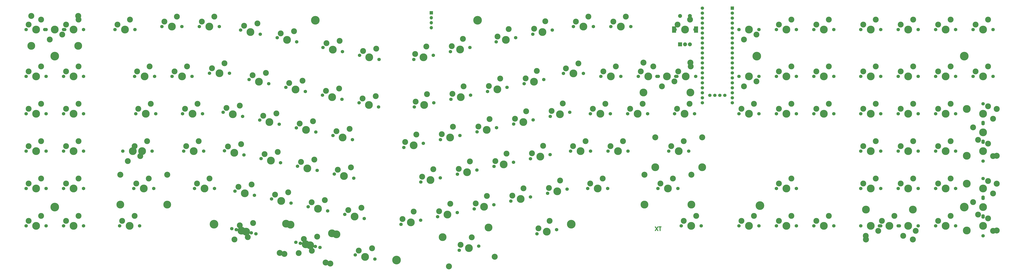
<source format=gts>
G04 #@! TF.GenerationSoftware,KiCad,Pcbnew,(6.0.1-0)*
G04 #@! TF.CreationDate,2022-07-20T07:32:26-07:00*
G04 #@! TF.ProjectId,adelheid-xt,6164656c-6865-4696-942d-78742e6b6963,rev?*
G04 #@! TF.SameCoordinates,Original*
G04 #@! TF.FileFunction,Soldermask,Top*
G04 #@! TF.FilePolarity,Negative*
%FSLAX46Y46*%
G04 Gerber Fmt 4.6, Leading zero omitted, Abs format (unit mm)*
G04 Created by KiCad (PCBNEW (6.0.1-0)) date 2022-07-20 07:32:26*
%MOMM*%
%LPD*%
G01*
G04 APERTURE LIST*
%ADD10C,0.500000*%
%ADD11C,1.750000*%
%ADD12C,3.000000*%
%ADD13C,3.987800*%
%ADD14C,4.400000*%
%ADD15C,3.048000*%
%ADD16R,1.700000X1.700000*%
%ADD17O,1.700000X1.700000*%
%ADD18R,2.000000X3.200000*%
%ADD19R,2.000000X2.000000*%
%ADD20C,2.000000*%
%ADD21C,1.700000*%
G04 APERTURE END LIST*
D10*
X324612178Y-338629761D02*
X325945511Y-340629761D01*
X325945511Y-338629761D02*
X324612178Y-340629761D01*
X326421702Y-338629761D02*
X327564559Y-338629761D01*
X326993130Y-340629761D02*
X326993130Y-338629761D01*
D11*
X367188750Y-338137500D03*
D12*
X368458750Y-335597500D03*
D11*
X377348750Y-338137500D03*
D13*
X372268750Y-338137500D03*
D12*
X374808750Y-333057500D03*
X298138850Y-259397500D03*
D13*
X301948850Y-261937500D03*
D11*
X307028850Y-261937500D03*
D12*
X304488850Y-256857500D03*
D11*
X296868850Y-261937500D03*
D14*
X481806250Y-328612500D03*
D11*
X344805000Y-238125000D03*
D12*
X335915000Y-235585000D03*
D13*
X339725000Y-238125000D03*
D11*
X334645000Y-238125000D03*
D12*
X342265000Y-233045000D03*
X468471250Y-235585000D03*
D13*
X472281250Y-238125000D03*
D12*
X474821250Y-233045000D03*
D11*
X467201250Y-238125000D03*
X477361250Y-238125000D03*
X107905550Y-260350000D03*
D12*
X99015550Y-257810000D03*
X105365550Y-255270000D03*
D11*
X97745550Y-260350000D03*
D13*
X102825550Y-260350000D03*
D12*
X56197500Y-305117500D03*
D11*
X63817500Y-300037500D03*
X53657500Y-300037500D03*
D13*
X58737500Y-300037500D03*
D12*
X62547500Y-302577500D03*
X265118512Y-339442349D03*
D13*
X269373350Y-341134700D03*
D11*
X274342340Y-340078509D03*
X264404360Y-342190891D03*
D12*
X270801654Y-335637614D03*
D13*
X491331250Y-238125000D03*
D11*
X486251250Y-238125000D03*
D12*
X493871250Y-233045000D03*
D11*
X496411250Y-238125000D03*
D12*
X487521250Y-235585000D03*
D14*
X19050000Y-251618750D03*
D11*
X448786250Y-338137500D03*
D13*
X443706250Y-338137500D03*
D11*
X438626250Y-338137500D03*
D15*
X431768250Y-345122500D03*
X455644250Y-345122500D03*
D13*
X431768250Y-329882500D03*
X455644250Y-329882500D03*
D12*
X446246250Y-333057500D03*
X439896250Y-335597500D03*
D11*
X165160440Y-273636291D03*
D12*
X156992803Y-269303462D03*
D13*
X160191450Y-272580100D03*
D12*
X163732136Y-268139206D03*
D11*
X155222460Y-271523909D03*
D13*
X141547850Y-268617700D03*
D12*
X138349203Y-265341062D03*
D11*
X146516840Y-269673891D03*
X136578860Y-267561509D03*
D12*
X145088536Y-264176806D03*
D15*
X342461850Y-254952500D03*
D12*
X334333850Y-264477500D03*
D11*
X325443850Y-261937500D03*
D13*
X318585850Y-270192500D03*
D12*
X327983850Y-267017500D03*
D15*
X318585850Y-254952500D03*
D13*
X330523850Y-261937500D03*
X342461850Y-270192500D03*
D11*
X335603850Y-261937500D03*
D12*
X150422536Y-284801606D03*
D13*
X146881850Y-289242500D03*
D12*
X143683203Y-285965862D03*
D11*
X141912860Y-288186309D03*
X151850840Y-290298691D03*
D12*
X376078750Y-240665000D03*
D13*
X372268750Y-238125000D03*
D11*
X377348750Y-238125000D03*
X367188750Y-238125000D03*
D12*
X369728750Y-243205000D03*
D14*
X234156250Y-233362500D03*
D12*
X169739236Y-308347406D03*
X162999903Y-309511662D03*
D11*
X171167540Y-313844491D03*
D13*
X166198550Y-312788300D03*
D11*
X161229560Y-311732109D03*
D12*
X140732436Y-238891106D03*
D11*
X132222760Y-242275809D03*
D13*
X137191750Y-243332000D03*
D12*
X133993103Y-240055362D03*
D11*
X142160740Y-244388191D03*
X111407460Y-340103909D03*
D13*
X116376450Y-341160100D03*
D12*
X113177803Y-337883462D03*
D11*
X121345440Y-342216291D03*
D12*
X119917136Y-336719206D03*
D13*
X483076250Y-278574500D03*
X483076250Y-302450500D03*
D15*
X498316250Y-278574500D03*
X498316250Y-302450500D03*
D13*
X491331250Y-290512500D03*
D11*
X491331250Y-295592500D03*
X491331250Y-285432500D03*
D12*
X486251250Y-287972500D03*
X488791250Y-294322500D03*
X468471250Y-278447500D03*
D11*
X467201250Y-280987500D03*
D13*
X472281250Y-280987500D03*
D12*
X474821250Y-275907500D03*
D11*
X477361250Y-280987500D03*
X386238750Y-338137500D03*
X396398750Y-338137500D03*
D12*
X387508750Y-335597500D03*
D13*
X391318750Y-338137500D03*
D12*
X393858750Y-333057500D03*
D13*
X307028850Y-236537500D03*
D12*
X303218850Y-233997500D03*
D11*
X312108850Y-236537500D03*
D12*
X309568850Y-231457500D03*
D11*
X301948850Y-236537500D03*
D13*
X434181250Y-261937500D03*
D12*
X430371250Y-259397500D03*
D11*
X429101250Y-261937500D03*
X439261250Y-261937500D03*
D12*
X436721250Y-256857500D03*
X474821250Y-294957500D03*
D13*
X472281250Y-300037500D03*
D11*
X477361250Y-300037500D03*
D12*
X468471250Y-297497500D03*
D11*
X467201250Y-300037500D03*
X201983860Y-277573291D03*
D12*
X202698012Y-274824749D03*
X208381154Y-271020014D03*
D13*
X206952850Y-276517100D03*
D11*
X211921840Y-275460909D03*
D12*
X279101550Y-257886200D03*
D13*
X282911550Y-260426200D03*
D12*
X285451550Y-255346200D03*
D11*
X277831550Y-260426200D03*
X287991550Y-260426200D03*
X232501960Y-329503591D03*
D12*
X238899254Y-322950314D03*
D13*
X237470950Y-328447400D03*
D12*
X233216112Y-326755049D03*
D11*
X242439940Y-327391209D03*
D12*
X335641950Y-278447500D03*
D11*
X334371950Y-280987500D03*
X344531950Y-280987500D03*
D13*
X339451950Y-280987500D03*
D12*
X341991950Y-275907500D03*
D11*
X477361250Y-319087500D03*
D13*
X472281250Y-319087500D03*
D12*
X468471250Y-316547500D03*
D11*
X467201250Y-319087500D03*
D12*
X474821250Y-314007500D03*
D13*
X296602150Y-280987500D03*
D12*
X299142150Y-275907500D03*
X292792150Y-278447500D03*
D11*
X301682150Y-280987500D03*
X291522150Y-280987500D03*
D12*
X493871250Y-256857500D03*
D11*
X496411250Y-261937500D03*
X486251250Y-261937500D03*
D13*
X491331250Y-261937500D03*
D12*
X487521250Y-259397500D03*
X450691250Y-343217500D03*
D13*
X453231250Y-338137500D03*
D12*
X457041250Y-340677500D03*
D11*
X458311250Y-338137500D03*
X448151250Y-338137500D03*
D12*
X5715000Y-316547500D03*
D13*
X9525000Y-319087500D03*
D11*
X14605000Y-319087500D03*
D12*
X12065000Y-314007500D03*
D11*
X4445000Y-319087500D03*
D14*
X281781250Y-337343750D03*
D15*
X324612000Y-293052500D03*
D13*
X336550000Y-300037500D03*
D15*
X348488000Y-293052500D03*
D13*
X324612000Y-308292500D03*
D12*
X339090000Y-294957500D03*
X332740000Y-297497500D03*
D13*
X348488000Y-308292500D03*
D11*
X331470000Y-300037500D03*
X341630000Y-300037500D03*
D13*
X266084050Y-302882300D03*
D12*
X261829212Y-301189949D03*
X267512354Y-297385214D03*
D11*
X271053040Y-301826109D03*
X261115060Y-303938491D03*
D13*
X491331250Y-300037500D03*
D12*
X493871250Y-296227500D03*
D11*
X491331250Y-294957500D03*
X491331250Y-305117500D03*
D12*
X496411250Y-302577500D03*
D13*
X9525000Y-338137500D03*
D12*
X12065000Y-333057500D03*
D11*
X14605000Y-338137500D03*
X4445000Y-338137500D03*
D12*
X5715000Y-335597500D03*
D11*
X249170940Y-267536109D03*
X239232960Y-269648491D03*
D12*
X239947112Y-266899949D03*
D13*
X244201950Y-268592300D03*
D12*
X245630254Y-263095214D03*
D11*
X23495000Y-280987500D03*
D13*
X28575000Y-280987500D03*
D11*
X33655000Y-280987500D03*
D12*
X31115000Y-275907500D03*
X24765000Y-278447500D03*
D11*
X429101250Y-319087500D03*
D12*
X430371250Y-316547500D03*
D13*
X434181250Y-319087500D03*
D12*
X436721250Y-314007500D03*
D11*
X439261250Y-319087500D03*
D12*
X125763503Y-301624962D03*
D11*
X133931140Y-305957791D03*
D12*
X132502836Y-300460706D03*
D13*
X128962150Y-304901600D03*
D11*
X123993160Y-303845409D03*
D12*
X262946812Y-237677249D03*
X268629954Y-233872514D03*
D13*
X267201650Y-239369600D03*
D11*
X272170640Y-238313409D03*
X262232660Y-240425791D03*
X84054950Y-280987500D03*
D13*
X89134950Y-280987500D03*
D12*
X91674950Y-275907500D03*
D11*
X94214950Y-280987500D03*
D12*
X85324950Y-278447500D03*
D13*
X453231250Y-319087500D03*
D12*
X455771250Y-314007500D03*
X449421250Y-316547500D03*
D11*
X458311250Y-319087500D03*
X448151250Y-319087500D03*
D12*
X468471250Y-259397500D03*
D11*
X467201250Y-261937500D03*
X477361250Y-261937500D03*
D13*
X472281250Y-261937500D03*
D12*
X474821250Y-256857500D03*
X5715000Y-297497500D03*
X12065000Y-294957500D03*
D13*
X9525000Y-300037500D03*
D11*
X14605000Y-300037500D03*
X4445000Y-300037500D03*
D16*
X210635750Y-229552500D03*
D17*
X210635750Y-232092500D03*
X210635750Y-234632500D03*
X210635750Y-237172500D03*
D12*
X406558750Y-335597500D03*
X412908750Y-333057500D03*
D11*
X415448750Y-338137500D03*
D13*
X410368750Y-338137500D03*
D11*
X405288750Y-338137500D03*
D12*
X221652654Y-287657014D03*
D11*
X215255360Y-294210291D03*
D13*
X220224350Y-293154100D03*
D12*
X215969512Y-291461749D03*
D11*
X225193340Y-292097909D03*
D13*
X453231250Y-280987500D03*
D11*
X448151250Y-280987500D03*
D12*
X455771250Y-275907500D03*
X449421250Y-278447500D03*
D11*
X458311250Y-280987500D03*
X142585960Y-307769709D03*
D12*
X144356303Y-305549262D03*
D11*
X152523940Y-309882091D03*
D12*
X151095636Y-304385006D03*
D13*
X147554950Y-308825900D03*
D11*
X429101250Y-338137500D03*
X439261250Y-338137500D03*
D12*
X437991250Y-340677500D03*
X431641250Y-343217500D03*
D13*
X434181250Y-338137500D03*
D11*
X224818460Y-350598291D03*
D15*
X219562587Y-358856511D03*
D11*
X234756440Y-348485909D03*
D12*
X225532612Y-347849749D03*
D13*
X216394013Y-343949541D03*
X229787450Y-349542100D03*
D12*
X231215754Y-344045014D03*
D13*
X239748265Y-338985442D03*
D15*
X242916839Y-353892411D03*
D11*
X205162070Y-335320458D03*
D12*
X195938242Y-334684298D03*
X201621384Y-330879563D03*
D13*
X200193080Y-336376649D03*
D11*
X195224090Y-337432840D03*
D14*
X481806250Y-251618750D03*
D12*
X289083750Y-294957500D03*
D11*
X291623750Y-300037500D03*
X281463750Y-300037500D03*
D12*
X282733750Y-297497500D03*
D13*
X286543750Y-300037500D03*
D12*
X152518036Y-343653406D03*
X145778703Y-344817662D03*
D13*
X139016535Y-337537642D03*
D11*
X153946340Y-349150491D03*
D13*
X162370787Y-342501741D03*
D11*
X144008360Y-347038109D03*
D15*
X135847961Y-352444611D03*
X159202213Y-357408711D03*
D13*
X148977350Y-348094300D03*
D12*
X156467736Y-325009806D03*
D13*
X152927050Y-329450700D03*
D11*
X147958060Y-328394509D03*
X157896040Y-330506891D03*
D12*
X149728403Y-326174062D03*
D13*
X64725550Y-261937500D03*
D11*
X59645550Y-261937500D03*
D12*
X67265550Y-256857500D03*
D11*
X69805550Y-261937500D03*
D12*
X60915550Y-259397500D03*
D11*
X491331250Y-324167500D03*
D13*
X491331250Y-319087500D03*
D11*
X491331250Y-314007500D03*
D12*
X496411250Y-321627500D03*
X493871250Y-315277500D03*
D11*
X320719450Y-280987500D03*
D12*
X318179450Y-275907500D03*
D13*
X315639450Y-280987500D03*
D12*
X311829450Y-278447500D03*
D11*
X310559450Y-280987500D03*
X211629740Y-251191209D03*
D12*
X202405912Y-250555049D03*
X208089054Y-246750314D03*
D13*
X206660750Y-252247400D03*
D11*
X201691760Y-253303591D03*
X92551250Y-236537500D03*
D13*
X97631250Y-236537500D03*
D12*
X93821250Y-233997500D03*
D11*
X102711250Y-236537500D03*
D12*
X100171250Y-231457500D03*
X173731403Y-350748562D03*
D13*
X176930050Y-354025200D03*
D11*
X171961060Y-352969009D03*
X181899040Y-355081391D03*
D12*
X180470736Y-349584306D03*
D14*
X377825000Y-327818750D03*
X100012500Y-337343750D03*
D12*
X168359303Y-330123762D03*
D13*
X171557950Y-333400400D03*
D11*
X166588960Y-332344209D03*
D12*
X175098636Y-328959506D03*
D11*
X176526940Y-334456591D03*
D13*
X491331250Y-338137500D03*
D12*
X493871250Y-334327500D03*
D11*
X491331250Y-343217500D03*
D12*
X496411250Y-340677500D03*
D11*
X491331250Y-333057500D03*
X439261250Y-238125000D03*
D13*
X434181250Y-238125000D03*
D12*
X436721250Y-233045000D03*
D11*
X429101250Y-238125000D03*
D12*
X430371250Y-235585000D03*
D13*
X256089150Y-324485000D03*
D11*
X261058140Y-323428809D03*
X251120160Y-325541191D03*
D12*
X251834312Y-322792649D03*
X257517454Y-318987914D03*
D11*
X252504460Y-286298191D03*
X262442440Y-284185809D03*
D12*
X258901754Y-279744914D03*
D13*
X257473450Y-285242000D03*
D12*
X253218612Y-283549649D03*
D11*
X78700218Y-261937500D03*
D12*
X79970218Y-259397500D03*
D13*
X83780218Y-261937500D03*
D11*
X88860218Y-261937500D03*
D12*
X86320218Y-256857500D03*
D11*
X448151250Y-238125000D03*
X458311250Y-238125000D03*
D12*
X455771250Y-233045000D03*
D13*
X453231250Y-238125000D03*
D12*
X449421250Y-235585000D03*
X227024754Y-267070314D03*
X221341612Y-270875049D03*
D11*
X220627460Y-273623591D03*
D13*
X225596450Y-272567400D03*
D11*
X230565440Y-271511209D03*
D15*
X30988000Y-231140000D03*
X7112000Y-231140000D03*
D11*
X13970000Y-238125000D03*
X24130000Y-238125000D03*
D13*
X19050000Y-238125000D03*
D12*
X16510000Y-243205000D03*
X22860000Y-240665000D03*
D13*
X30988000Y-246380000D03*
X7112000Y-246380000D03*
X128263650Y-285267400D03*
D11*
X123294660Y-284211209D03*
X133232640Y-286323591D03*
D12*
X131804336Y-280826506D03*
X125065003Y-281990762D03*
D18*
X334125000Y-238125000D03*
X345325000Y-238125000D03*
D19*
X337225000Y-245625000D03*
D20*
X342225000Y-245625000D03*
X339725000Y-245625000D03*
X342225000Y-231125000D03*
X337225000Y-231125000D03*
D12*
X113173436Y-276864106D03*
D11*
X104663760Y-280248809D03*
D13*
X109632750Y-281305000D03*
D12*
X106434103Y-278028362D03*
D11*
X114601740Y-282361191D03*
X129314460Y-324432109D03*
D13*
X134283450Y-325488300D03*
D11*
X139252440Y-326544491D03*
D12*
X131084803Y-322211662D03*
X137824136Y-321047406D03*
D13*
X276104350Y-281292300D03*
D12*
X277532654Y-275795214D03*
D11*
X271135360Y-282348491D03*
D12*
X271849512Y-279599949D03*
D11*
X281073340Y-280236109D03*
D13*
X136694975Y-337042342D03*
D11*
X151624780Y-348655191D03*
D12*
X143115104Y-352039894D03*
X149854437Y-350875638D03*
D13*
X160049227Y-342006441D03*
X146655790Y-347599000D03*
D15*
X156880653Y-356913411D03*
X133526401Y-351949311D03*
D11*
X141686800Y-346542809D03*
D13*
X210216750Y-314769500D03*
D12*
X211645054Y-309272414D03*
X205961912Y-313077149D03*
D11*
X215185740Y-313713309D03*
X205247760Y-315825691D03*
D12*
X31115000Y-256857500D03*
D11*
X33655000Y-261937500D03*
D12*
X24765000Y-259397500D03*
D11*
X23495000Y-261937500D03*
D13*
X28575000Y-261937500D03*
D14*
X19050000Y-328612500D03*
D12*
X248906854Y-301322214D03*
D11*
X252447540Y-305763109D03*
D12*
X243223712Y-305126949D03*
D11*
X242509560Y-307875491D03*
D13*
X247478550Y-306819300D03*
D12*
X496411250Y-283527500D03*
X493871250Y-277177500D03*
D11*
X491331250Y-286067500D03*
X491331250Y-275907500D03*
D13*
X491331250Y-280987500D03*
D12*
X31115000Y-233045000D03*
D11*
X23495000Y-238125000D03*
D12*
X24765000Y-235585000D03*
D13*
X28575000Y-238125000D03*
D11*
X33655000Y-238125000D03*
D12*
X66040000Y-294957500D03*
D11*
X58420000Y-300037500D03*
D13*
X63500000Y-300037500D03*
D12*
X59690000Y-297497500D03*
D11*
X68580000Y-300037500D03*
D12*
X24765000Y-316547500D03*
D13*
X28575000Y-319087500D03*
D11*
X33655000Y-319087500D03*
D12*
X31115000Y-314007500D03*
D11*
X23495000Y-319087500D03*
X52070000Y-338137500D03*
D12*
X59690000Y-333057500D03*
X53340000Y-335597500D03*
D11*
X62230000Y-338137500D03*
D13*
X57150000Y-338137500D03*
D11*
X230260640Y-247228809D03*
D13*
X225291650Y-248285000D03*
D11*
X220322660Y-249341191D03*
D12*
X226719954Y-242787914D03*
X221036812Y-246592649D03*
X224592812Y-309102049D03*
D13*
X228847650Y-310794400D03*
D11*
X233816640Y-309738209D03*
D12*
X230275954Y-305297314D03*
D11*
X223878660Y-311850591D03*
D13*
X89693750Y-300037500D03*
D11*
X94773750Y-300037500D03*
X84613750Y-300037500D03*
D12*
X92233750Y-294957500D03*
X85883750Y-297497500D03*
X474821250Y-333057500D03*
D11*
X467201250Y-338137500D03*
D13*
X472281250Y-338137500D03*
D12*
X468471250Y-335597500D03*
D11*
X477361250Y-338137500D03*
X257889260Y-265711491D03*
D13*
X262858250Y-264655300D03*
D12*
X258603412Y-262962949D03*
D11*
X267827240Y-263599109D03*
D12*
X264286554Y-259158214D03*
D14*
X151606250Y-233362500D03*
D11*
X491331250Y-323532500D03*
D12*
X488791250Y-332422500D03*
D11*
X491331250Y-333692500D03*
D13*
X483076250Y-316674500D03*
X491331250Y-328612500D03*
D15*
X498316250Y-316674500D03*
D13*
X483076250Y-340550500D03*
D12*
X486251250Y-326072500D03*
D15*
X498316250Y-340550500D03*
D11*
X83661250Y-236537500D03*
D13*
X78581250Y-236537500D03*
D12*
X81121250Y-231457500D03*
D11*
X73501250Y-236537500D03*
D12*
X74771250Y-233997500D03*
D11*
X269763760Y-321578791D03*
D13*
X274732750Y-320522600D03*
D12*
X270477912Y-318830249D03*
D11*
X279701740Y-319466409D03*
D12*
X276161054Y-315025514D03*
D11*
X415448750Y-238125000D03*
X405288750Y-238125000D03*
D12*
X406558750Y-235585000D03*
D13*
X410368750Y-238125000D03*
D12*
X412908750Y-233045000D03*
X97790000Y-314007500D03*
D11*
X90170000Y-319087500D03*
X100330000Y-319087500D03*
D13*
X95250000Y-319087500D03*
D12*
X91440000Y-316547500D03*
X50958750Y-235585000D03*
X57308750Y-233045000D03*
D11*
X59848750Y-238125000D03*
D13*
X54768750Y-238125000D03*
D11*
X49688750Y-238125000D03*
X415448750Y-280987500D03*
D12*
X406558750Y-278447500D03*
D13*
X410368750Y-280987500D03*
D11*
X405288750Y-280987500D03*
D12*
X412908750Y-275907500D03*
X339090000Y-335597500D03*
D11*
X347980000Y-338137500D03*
D12*
X345440000Y-333057500D03*
D13*
X342900000Y-338137500D03*
D11*
X337820000Y-338137500D03*
X405288750Y-261937500D03*
D13*
X410368750Y-261937500D03*
D11*
X415448750Y-261937500D03*
D12*
X406558750Y-259397500D03*
X412908750Y-256857500D03*
D11*
X196637160Y-298185391D03*
D12*
X197351312Y-295436849D03*
X203034454Y-291632114D03*
D11*
X206575140Y-296073009D03*
D13*
X201606150Y-297129200D03*
D12*
X5715000Y-278447500D03*
D11*
X14605000Y-280987500D03*
D12*
X12065000Y-275907500D03*
D11*
X4445000Y-280987500D03*
D13*
X9525000Y-280987500D03*
D12*
X244315912Y-241639649D03*
D11*
X243601760Y-244388191D03*
D13*
X248570750Y-243332000D03*
D12*
X249999054Y-237834914D03*
D11*
X253539740Y-242275809D03*
D12*
X61512450Y-278434800D03*
X67862450Y-275894800D03*
D11*
X70402450Y-280974800D03*
D13*
X65322450Y-280974800D03*
D11*
X60242450Y-280974800D03*
X113604560Y-238326109D03*
D12*
X115374903Y-236105662D03*
X122114236Y-234941406D03*
D13*
X118573550Y-239382300D03*
D11*
X123542540Y-240438491D03*
X213858360Y-333478691D03*
D13*
X218827350Y-332422500D03*
D12*
X220255654Y-326925414D03*
D11*
X223796340Y-331366309D03*
D12*
X214572512Y-330730149D03*
D11*
X243811540Y-288148209D03*
D13*
X238842550Y-289204400D03*
D12*
X234587712Y-287512049D03*
X240270854Y-283707314D03*
D11*
X233873560Y-290260591D03*
D12*
X393858750Y-314007500D03*
D11*
X396398750Y-319087500D03*
D12*
X387508750Y-316547500D03*
D13*
X391318750Y-319087500D03*
D11*
X386238750Y-319087500D03*
D12*
X308171850Y-294957500D03*
D11*
X310711850Y-300037500D03*
D13*
X305631850Y-300037500D03*
D11*
X300551850Y-300037500D03*
D12*
X301821850Y-297497500D03*
D13*
X160458150Y-248297700D03*
D11*
X155489160Y-247241509D03*
D12*
X157259503Y-245021062D03*
D11*
X165427140Y-249353891D03*
D12*
X163998836Y-243856806D03*
X31115000Y-294957500D03*
D11*
X33655000Y-300037500D03*
X23495000Y-300037500D03*
D12*
X24765000Y-297497500D03*
D13*
X28575000Y-300037500D03*
D11*
X439261250Y-300037500D03*
D12*
X436721250Y-294957500D03*
D13*
X434181250Y-300037500D03*
D12*
X430371250Y-297497500D03*
D11*
X429101250Y-300037500D03*
X183804040Y-277573291D03*
D12*
X175636403Y-273240462D03*
X182375736Y-272076206D03*
D13*
X178835050Y-276517100D03*
D11*
X173866060Y-275460909D03*
D12*
X119718303Y-261365962D03*
D11*
X117947960Y-263586409D03*
D13*
X122916950Y-264642600D03*
D11*
X127885940Y-265698791D03*
D12*
X126457636Y-260201706D03*
X113871936Y-296498306D03*
D13*
X110331250Y-300939200D03*
D12*
X107132603Y-297662562D03*
D11*
X115300240Y-301995391D03*
X105362260Y-299883009D03*
D12*
X430371250Y-278447500D03*
D11*
X439261250Y-280987500D03*
D12*
X436721250Y-275907500D03*
D13*
X434181250Y-280987500D03*
D11*
X429101250Y-280987500D03*
D12*
X317188850Y-259397500D03*
D11*
X315918850Y-261937500D03*
X326078850Y-261937500D03*
D13*
X320998850Y-261937500D03*
D12*
X323538850Y-256857500D03*
D11*
X4445000Y-261937500D03*
X14605000Y-261937500D03*
D12*
X12065000Y-256857500D03*
X5715000Y-259397500D03*
D13*
X9525000Y-261937500D03*
X295275000Y-319087500D03*
D11*
X300355000Y-319087500D03*
X290195000Y-319087500D03*
D12*
X297815000Y-314007500D03*
X291465000Y-316547500D03*
D14*
X192881250Y-355600000D03*
D11*
X396398750Y-238125000D03*
D12*
X387508750Y-235585000D03*
D11*
X386238750Y-238125000D03*
D12*
X393858750Y-233045000D03*
D13*
X391318750Y-238125000D03*
D11*
X448151250Y-261937500D03*
D13*
X453231250Y-261937500D03*
D11*
X458311250Y-261937500D03*
D12*
X449421250Y-259397500D03*
X455771250Y-256857500D03*
D11*
X160556460Y-292097909D03*
D13*
X165525450Y-293154100D03*
D12*
X169066136Y-288713206D03*
D11*
X170494440Y-294210291D03*
D12*
X162326803Y-289877462D03*
D11*
X14605000Y-238125000D03*
D12*
X12065000Y-233045000D03*
D13*
X9525000Y-238125000D03*
D12*
X5715000Y-235585000D03*
D11*
X4445000Y-238125000D03*
D13*
X28575000Y-338137500D03*
D11*
X23495000Y-338137500D03*
X33655000Y-338137500D03*
D12*
X31115000Y-333057500D03*
X24765000Y-335597500D03*
X368458750Y-278447500D03*
X374808750Y-275907500D03*
D13*
X372268750Y-280987500D03*
D11*
X367188750Y-280987500D03*
X377348750Y-280987500D03*
D12*
X175877703Y-248983462D03*
X182617036Y-247819206D03*
D11*
X174107360Y-251203909D03*
D13*
X179076350Y-252260100D03*
D11*
X184045340Y-253316291D03*
D14*
X376237500Y-251618750D03*
D12*
X284156150Y-233997500D03*
D11*
X293046150Y-236537500D03*
D12*
X290506150Y-231457500D03*
D11*
X282886150Y-236537500D03*
D13*
X287966150Y-236537500D03*
D11*
X119008640Y-341715911D03*
X109070660Y-339603529D03*
D12*
X110498964Y-345100614D03*
D13*
X114039650Y-340659720D03*
D12*
X117238297Y-343936358D03*
X393858750Y-275907500D03*
X387508750Y-278447500D03*
D13*
X391318750Y-280987500D03*
D11*
X396398750Y-280987500D03*
X386238750Y-280987500D03*
D12*
X393858750Y-256857500D03*
D11*
X396398750Y-261937500D03*
D13*
X391318750Y-261937500D03*
D12*
X387508750Y-259397500D03*
D11*
X386238750Y-261937500D03*
X110696260Y-320482409D03*
D12*
X119205936Y-317097706D03*
D11*
X120634240Y-322594791D03*
D13*
X115665250Y-321538600D03*
D12*
X112466603Y-318261962D03*
X60483750Y-316547500D03*
D15*
X52355750Y-312102500D03*
D11*
X69373750Y-319087500D03*
D13*
X76231750Y-327342500D03*
X64293750Y-319087500D03*
X52355750Y-327342500D03*
D11*
X59213750Y-319087500D03*
D15*
X76231750Y-312102500D03*
D12*
X66833750Y-314007500D03*
D13*
X319055750Y-327342500D03*
D15*
X342931750Y-312102500D03*
D12*
X333533750Y-314007500D03*
D13*
X342931750Y-327342500D03*
D12*
X327183750Y-316547500D03*
D11*
X325913750Y-319087500D03*
D15*
X319055750Y-312102500D03*
D11*
X336073750Y-319087500D03*
D13*
X330993750Y-319087500D03*
D12*
X449421250Y-297497500D03*
D11*
X458311250Y-300037500D03*
D13*
X453231250Y-300037500D03*
D12*
X455771250Y-294957500D03*
D11*
X448151250Y-300037500D03*
D13*
X340036150Y-261937500D03*
D11*
X345116150Y-261937500D03*
D12*
X342576150Y-256857500D03*
D11*
X334956150Y-261937500D03*
D12*
X336226150Y-259397500D03*
D11*
X367188750Y-261937500D03*
X377348750Y-261937500D03*
D13*
X372268750Y-261937500D03*
D12*
X369728750Y-267017500D03*
X376078750Y-264477500D03*
D16*
X363759750Y-227203000D03*
D21*
X363759750Y-229743000D03*
X363759750Y-232283000D03*
X363759750Y-234823000D03*
X363759750Y-237363000D03*
X363759750Y-239903000D03*
X363759750Y-242443000D03*
X363759750Y-244983000D03*
X363759750Y-247523000D03*
X363759750Y-250063000D03*
X363759750Y-252603000D03*
X363759750Y-255143000D03*
X363759750Y-257683000D03*
X363759750Y-260223000D03*
X363759750Y-262763000D03*
X363759750Y-265303000D03*
X363759750Y-267843000D03*
X363759750Y-270383000D03*
X363759750Y-272923000D03*
X363759750Y-275463000D03*
X348519750Y-275463000D03*
X348519750Y-272923000D03*
X348519750Y-270383000D03*
X348519750Y-267843000D03*
X348519750Y-265303000D03*
X348519750Y-262763000D03*
X348519750Y-260223000D03*
X348519750Y-257683000D03*
X348519750Y-255143000D03*
X348519750Y-252603000D03*
X348519750Y-250063000D03*
X348519750Y-247523000D03*
X348519750Y-244983000D03*
X348519750Y-242443000D03*
X348519750Y-239903000D03*
X348519750Y-237363000D03*
X348519750Y-234823000D03*
X348519750Y-232283000D03*
X348519750Y-229743000D03*
X348519750Y-227203000D03*
X352327750Y-271652000D03*
X354867750Y-271652000D03*
X357407750Y-271652000D03*
X359947750Y-271652000D03*
M02*

</source>
